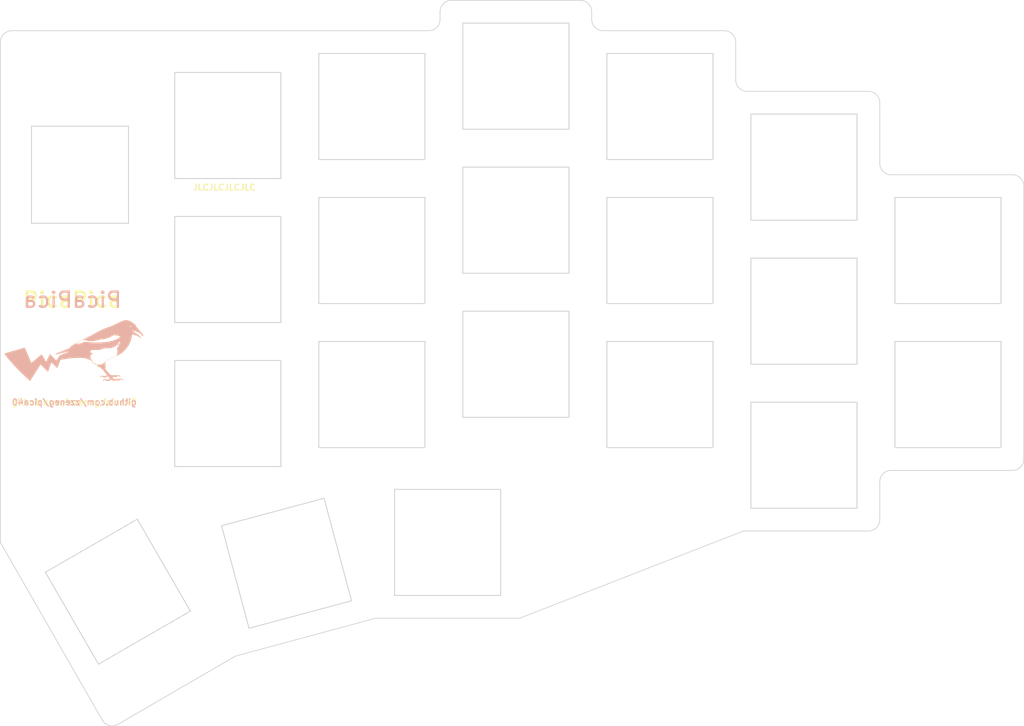
<source format=kicad_pcb>
(kicad_pcb (version 20211014) (generator pcbnew)
  (layers (0 "F.Cu" signal) (31 "B.Cu" signal) (34 "B.Paste" user) (35 "F.Paste" user) (36 "B.SilkS" user "B.Silkscreen") (37 "F.SilkS" user "F.Silkscreen") (38 "B.Mask" user) (39 "F.Mask" user) (44 "Edge.Cuts" user))
  (net 0 "")
  (footprint "pica:EC11_Hole" (layer "F.Cu") (at 78.5 76)
    (fp_text reference "RE1" hide)
    (fp_text value "RotaryEncoder_Switch" hide)
    (fp_line (start 6.4 6.4) (end -6.4 6.4) (layer "Edge.Cuts") (width 0.12))
    (fp_line (start -6.4 -6.4) (end 6.4 -6.4) (layer "Edge.Cuts") (width 0.12))
    (fp_line (start 6.4 -3) (end 6.4 3) (layer "Edge.Cuts") (width 0.12))
    (fp_line (start -6.4 -3) (end -6.4 3) (layer "Edge.Cuts") (width 0.12))
    (fp_line (start -6.4 -6.4) (end -6.4 -3) (layer "Edge.Cuts") (width 0.12))
    (fp_line (start 6.4 -3) (end 6.4 -6.4) (layer "Edge.Cuts") (width 0.12))
    (fp_line (start -6.4 3) (end -6.4 6.4) (layer "Edge.Cuts") (width 0.12))
    (fp_line (start 6.4 6.4) (end 6.4 3) (layer "Edge.Cuts") (width 0.12))
  )
  (footprint "pica:logo_mirror" (layer "F.Cu") (at 78.867686 99.195176)
    (fp_text reference "G***" hide)
    (fp_text value "LOGO" hide)
  )
  (footprint "kbd:SW_Hole" (layer "B.Cu") (at 193 86 180)
    (fp_text reference "SW16" hide)
    (fp_text value "SW_PUSH" hide)
    (fp_line (start 7 7) (end -7 7) (layer "Edge.Cuts") (width 0.12))
    (fp_line (start 7 -7) (end 7 7) (layer "Edge.Cuts") (width 0.12))
    (fp_line (start -7 -7) (end 7 -7) (layer "Edge.Cuts") (width 0.12))
    (fp_line (start -7 7) (end -7 -7) (layer "Edge.Cuts") (width 0.12))
  )
  (footprint "kbd:SW_Hole" (layer "B.Cu") (at 98 88.5 180)
    (fp_text reference "SW10" hide)
    (fp_text value "SW_PUSH" hide)
    (fp_line (start 7 -7) (end 7 7) (layer "Edge.Cuts") (width 0.12))
    (fp_line (start -7 7) (end -7 -7) (layer "Edge.Cuts") (width 0.12))
    (fp_line (start -7 -7) (end 7 -7) (layer "Edge.Cuts") (width 0.12))
    (fp_line (start 7 7) (end -7 7) (layer "Edge.Cuts") (width 0.12))
  )
  (footprint "kbd:SW_Hole" (layer "B.Cu") (at 174 75 180)
    (fp_text reference "SW1" hide)
    (fp_text value "SW_PUSH" hide)
    (fp_line (start -7 7) (end -7 -7) (layer "Edge.Cuts") (width 0.12))
    (fp_line (start -7 -7) (end 7 -7) (layer "Edge.Cuts") (width 0.12))
    (fp_line (start 7 7) (end -7 7) (layer "Edge.Cuts") (width 0.12))
    (fp_line (start 7 -7) (end 7 7) (layer "Edge.Cuts") (width 0.12))
  )
  (footprint "kbd:SW_Hole" (layer "B.Cu") (at 174 94 180)
    (fp_text reference "SW6" hide)
    (fp_text value "SW_PUSH" hide)
    (fp_line (start 7 7) (end -7 7) (layer "Edge.Cuts") (width 0.12))
    (fp_line (start -7 7) (end -7 -7) (layer "Edge.Cuts") (width 0.12))
    (fp_line (start -7 -7) (end 7 -7) (layer "Edge.Cuts") (width 0.12))
    (fp_line (start 7 -7) (end 7 7) (layer "Edge.Cuts") (width 0.12))
  )
  (footprint "kbd:SW_Hole" (layer "B.Cu") (at 155 86 180)
    (fp_text reference "SW7" hide)
    (fp_text value "SW_PUSH" hide)
    (fp_line (start 7 7) (end -7 7) (layer "Edge.Cuts") (width 0.12))
    (fp_line (start -7 7) (end -7 -7) (layer "Edge.Cuts") (width 0.12))
    (fp_line (start 7 -7) (end 7 7) (layer "Edge.Cuts") (width 0.12))
    (fp_line (start -7 -7) (end 7 -7) (layer "Edge.Cuts") (width 0.12))
  )
  (footprint "kbd:SW_Hole" (layer "B.Cu") (at 105.75 127.25 -165)
    (fp_text reference "SW19" hide)
    (fp_text value "SW_PUSH" hide)
    (fp_line (start -7 -7) (end 7 -7) (layer "Edge.Cuts") (width 0.12))
    (fp_line (start 7 7) (end -7 7) (layer "Edge.Cuts") (width 0.12))
    (fp_line (start -7 7) (end -7 -7) (layer "Edge.Cuts") (width 0.12))
    (fp_line (start 7 -7) (end 7 7) (layer "Edge.Cuts") (width 0.12))
  )
  (footprint "kbd:SW_Hole" (layer "B.Cu") (at 155 67 180)
    (fp_text reference "SW2" hide)
    (fp_text value "SW_PUSH" hide)
    (fp_line (start 7 7) (end -7 7) (layer "Edge.Cuts") (width 0.12))
    (fp_line (start -7 -7) (end 7 -7) (layer "Edge.Cuts") (width 0.12))
    (fp_line (start -7 7) (end -7 -7) (layer "Edge.Cuts") (width 0.12))
    (fp_line (start 7 -7) (end 7 7) (layer "Edge.Cuts") (width 0.12))
  )
  (footprint "kbd:SW_Hole" (layer "B.Cu") (at 117 67 180)
    (fp_text reference "SW4" hide)
    (fp_text value "SW_PUSH" hide)
    (fp_line (start 7 -7) (end 7 7) (layer "Edge.Cuts") (width 0.12))
    (fp_line (start -7 7) (end -7 -7) (layer "Edge.Cuts") (width 0.12))
    (fp_line (start 7 7) (end -7 7) (layer "Edge.Cuts") (width 0.12))
    (fp_line (start -7 -7) (end 7 -7) (layer "Edge.Cuts") (width 0.12))
  )
  (footprint "kbd:thread_m2" (layer "B.Cu") (at 164 76.5 180)
    (fp_text reference "H1" hide)
    (fp_text value "MountingHole" hide)
    (pad "" np_thru_hole circle locked (at 0 0 180) (size 2.3 2.3) (drill 2.3) (layers *.Cu *.Mask))
  )
  (footprint "kbd:thread_m2" (layer "B.Cu") (at 93 125 180)
    (fp_text reference "H2" hide)
    (fp_text value "MountingHole" hide)
    (pad "" np_thru_hole circle locked (at 0 0 180) (size 2.3 2.3) (drill 2.3) (layers *.Cu *.Mask))
  )
  (footprint "kbd:SW_Hole" (layer "B.Cu") (at 136 63 180)
    (fp_text reference "SW3" hide)
    (fp_text value "SW_PUSH" hide)
    (fp_line (start -7 7) (end -7 -7) (layer "Edge.Cuts") (width 0.12))
    (fp_line (start 7 7) (end -7 7) (layer "Edge.Cuts") (width 0.12))
    (fp_line (start 7 -7) (end 7 7) (layer "Edge.Cuts") (width 0.12))
    (fp_line (start -7 -7) (end 7 -7) (layer "Edge.Cuts") (width 0.12))
  )
  (footprint "kbd:SW_Hole" (layer "B.Cu") (at 174 113 180)
    (fp_text reference "SW11" hide)
    (fp_text value "SW_PUSH" hide)
    (fp_line (start 7 -7) (end 7 7) (layer "Edge.Cuts") (width 0.12))
    (fp_line (start -7 7) (end -7 -7) (layer "Edge.Cuts") (width 0.12))
    (fp_line (start -7 -7) (end 7 -7) (layer "Edge.Cuts") (width 0.12))
    (fp_line (start 7 7) (end -7 7) (layer "Edge.Cuts") (width 0.12))
  )
  (footprint "kbd:SW_Hole" (layer "B.Cu") (at 98 107.5 180)
    (fp_text reference "SW15" hide)
    (fp_text value "SW_PUSH" hide)
    (fp_line (start -7 7) (end -7 -7) (layer "Edge.Cuts") (width 0.12))
    (fp_line (start -7 -7) (end 7 -7) (layer "Edge.Cuts") (width 0.12))
    (fp_line (start 7 -7) (end 7 7) (layer "Edge.Cuts") (width 0.12))
    (fp_line (start 7 7) (end -7 7) (layer "Edge.Cuts") (width 0.12))
  )
  (footprint "pica:logo" (layer "B.Cu") (at 78.867686 99.195176 180)
    (fp_text reference "G***" hide)
    (fp_text value "LOGO" hide)
  )
  (footprint "kbd:SW_Hole" (layer "B.Cu") (at 136 82 180)
    (fp_text reference "SW8" hide)
    (fp_text value "SW_PUSH" hide)
    (fp_line (start 7 7) (end -7 7) (layer "Edge.Cuts") (width 0.12))
    (fp_line (start -7 -7) (end 7 -7) (layer "Edge.Cuts") (width 0.12))
    (fp_line (start -7 7) (end -7 -7) (layer "Edge.Cuts") (width 0.12))
    (fp_line (start 7 -7) (end 7 7) (layer "Edge.Cuts") (width 0.12))
  )
  (footprint "kbd:SW_Hole" (layer "B.Cu") (at 117 105 180)
    (fp_text reference "SW14" hide)
    (fp_text value "SW_PUSH" hide)
    (fp_line (start 7 -7) (end 7 7) (layer "Edge.Cuts") (width 0.12))
    (fp_line (start -7 -7) (end 7 -7) (layer "Edge.Cuts") (width 0.12))
    (fp_line (start 7 7) (end -7 7) (layer "Edge.Cuts") (width 0.12))
    (fp_line (start -7 7) (end -7 -7) (layer "Edge.Cuts") (width 0.12))
  )
  (footprint "kbd:SW_Hole" (layer "B.Cu") (at 136 101 180)
    (fp_text reference "SW13" hide)
    (fp_text value "SW_PUSH" hide)
    (fp_line (start -7 7) (end -7 -7) (layer "Edge.Cuts") (width 0.12))
    (fp_line (start 7 -7) (end 7 7) (layer "Edge.Cuts") (width 0.12))
    (fp_line (start -7 -7) (end 7 -7) (layer "Edge.Cuts") (width 0.12))
    (fp_line (start 7 7) (end -7 7) (layer "Edge.Cuts") (width 0.12))
  )
  (footprint "kbd:SW_Hole" (layer "B.Cu") (at 117 86 180)
    (fp_text reference "SW9" hide)
    (fp_text value "SW_PUSH" hide)
    (fp_line (start 7 7) (end -7 7) (layer "Edge.Cuts") (width 0.12))
    (fp_line (start -7 -7) (end 7 -7) (layer "Edge.Cuts") (width 0.12))
    (fp_line (start 7 -7) (end 7 7) (layer "Edge.Cuts") (width 0.12))
    (fp_line (start -7 7) (end -7 -7) (layer "Edge.Cuts") (width 0.12))
  )
  (footprint "kbd:SW_Hole" (layer "B.Cu") (at 98 69.5 180)
    (fp_text reference "SW5" hide)
    (fp_text value "SW_PUSH" hide)
    (fp_line (start 7 -7) (end 7 7) (layer "Edge.Cuts") (width 0.12))
    (fp_line (start 7 7) (end -7 7) (layer "Edge.Cuts") (width 0.12))
    (fp_line (start -7 -7) (end 7 -7) (layer "Edge.Cuts") (width 0.12))
    (fp_line (start -7 7) (end -7 -7) (layer "Edge.Cuts") (width 0.12))
  )
  (footprint "kbd:thread_m2" (layer "B.Cu") (at 144.5 111 180)
    (fp_text reference "H4" hide)
    (fp_text value "MountingHole" hide)
    (pad "" np_thru_hole circle locked (at 0 0 180) (size 2.3 2.3) (drill 2.3) (layers *.Cu *.Mask))
  )
  (footprint "kbd:SW_Hole" (layer "B.Cu") (at 155 105 180)
    (fp_text reference "SW12" hide)
    (fp_text value "SW_PUSH" hide)
    (fp_line (start 7 7) (end -7 7) (layer "Edge.Cuts") (width 0.12))
    (fp_line (start 7 -7) (end 7 7) (layer "Edge.Cuts") (width 0.12))
    (fp_line (start -7 7) (end -7 -7) (layer "Edge.Cuts") (width 0.12))
    (fp_line (start -7 -7) (end 7 -7) (layer "Edge.Cuts") (width 0.12))
  )
  (footprint "kbd:thread_m2" (layer "B.Cu") (at 106.5 79 180)
    (fp_text reference "H5" hide)
    (fp_text value "MountingHole" hide)
    (pad "" np_thru_hole circle locked (at 0 0 180) (size 2.3 2.3) (drill 2.3) (layers *.Cu *.Mask))
  )
  (footprint "kbd:SW_Hole" (layer "B.Cu") (at 83.5 131 120)
    (fp_text reference "SW20" hide)
    (fp_text value "SW_PUSH" hide)
    (fp_line (start 7 7) (end -7 7) (layer "Edge.Cuts") (width 0.12))
    (fp_line (start -7 -7) (end 7 -7) (layer "Edge.Cuts") (width 0.12))
    (fp_line (start 7 -7) (end 7 7) (layer "Edge.Cuts") (width 0.12))
    (fp_line (start -7 7) (end -7 -7) (layer "Edge.Cuts") (width 0.12))
  )
  (footprint "kbd:SW_Hole" (layer "B.Cu") (at 127 124.5 180)
    (fp_text reference "SW18" hide)
    (fp_text value "SW_PUSH" hide)
    (fp_line (start -7 7) (end -7 -7) (layer "Edge.Cuts") (width 0.12))
    (fp_line (start 7 -7) (end 7 7) (layer "Edge.Cuts") (width 0.12))
    (fp_line (start -7 -7) (end 7 -7) (layer "Edge.Cuts") (width 0.12))
    (fp_line (start 7 7) (end -7 7) (layer "Edge.Cuts") (width 0.12))
  )
  (footprint "kbd:SW_Hole" (layer "B.Cu") (at 193 105 180)
    (fp_text reference "SW17" hide)
    (fp_text value "SW_PUSH" hide)
    (fp_line (start 7 7) (end -7 7) (layer "Edge.Cuts") (width 0.12))
    (fp_line (start 7 -7) (end 7 7) (layer "Edge.Cuts") (width 0.12))
    (fp_line (start -7 -7) (end 7 -7) (layer "Edge.Cuts") (width 0.12))
    (fp_line (start -7 7) (end -7 -7) (layer "Edge.Cuts") (width 0.12))
  )
  (footprint "kbd:thread_m2" (layer "B.Cu") (at 184 95.5 180)
    (fp_text reference "H3" hide)
    (fp_text value "MountingHole" hide)
    (pad "" np_thru_hole circle locked (at 0 0 180) (size 2.3 2.3) (drill 2.3) (layers *.Cu *.Mask))
  )
  (gr_line (start 99 139.5) (end 83.5 148.5) (layer "Edge.Cuts") (width 0.1))
  (gr_arc (start 185.5 76) (mid 184.43934 75.56066) (end 184 74.5) (layer "Edge.Cuts") (width 0.1))
  (gr_line (start 201.5 76) (end 185.5 76) (layer "Edge.Cuts") (width 0.1))
  (gr_line (start 68 58.5) (end 68 124.5) (layer "Edge.Cuts") (width 0.1))
  (gr_line (start 99 139.5) (end 117.5 134.5) (layer "Edge.Cuts") (width 0.1))
  (gr_line (start 68 124.5) (end 81.450962 147.950962) (layer "Edge.Cuts") (width 0.1))
  (gr_line (start 126 54.5) (end 126 55.5) (layer "Edge.Cuts") (width 0.1))
  (gr_arc (start 184 116.5) (mid 184.43934 115.43934) (end 185.5 115) (layer "Edge.Cuts") (width 0.1))
  (gr_line (start 124.5 57) (end 69.5 57) (layer "Edge.Cuts") (width 0.1))
  (gr_line (start 185.5 115) (end 201.5 115) (layer "Edge.Cuts") (width 0.1))
  (gr_arc (start 83.5 148.5) (mid 82.361773 148.649855) (end 81.450962 147.950962) (layer "Edge.Cuts") (width 0.1))
  (gr_arc (start 144.5 53) (mid 145.56066 53.43934) (end 146 54.5) (layer "Edge.Cuts") (width 0.1))
  (gr_arc (start 126 55.5) (mid 125.56066 56.56066) (end 124.5 57) (layer "Edge.Cuts") (width 0.1))
  (gr_line (start 163.5 57) (end 147.5 57) (layer "Edge.Cuts") (width 0.1))
  (gr_arc (start 126 54.5) (mid 126.43934 53.43934) (end 127.5 53) (layer "Edge.Cuts") (width 0.1))
  (gr_line (start 203 113.5) (end 203 77.5) (layer "Edge.Cuts") (width 0.1))
  (gr_line (start 165 63.5) (end 165 58.5) (layer "Edge.Cuts") (width 0.1))
  (gr_line (start 117.5 134.5) (end 136.5 134.5) (layer "Edge.Cuts") (width 0.1))
  (gr_arc (start 182.5 65) (mid 183.56066 65.43934) (end 184 66.5) (layer "Edge.Cuts") (width 0.1))
  (gr_arc (start 147.5 57) (mid 146.43934 56.56066) (end 146 55.5) (layer "Edge.Cuts") (width 0.1))
  (gr_arc (start 184 121.5) (mid 183.56066 122.56066) (end 182.5 123) (layer "Edge.Cuts") (width 0.1))
  (gr_line (start 184 121.5) (end 184 116.5) (layer "Edge.Cuts") (width 0.1))
  (gr_arc (start 201.5 76) (mid 202.56066 76.43934) (end 203 77.5) (layer "Edge.Cuts") (width 0.1))
  (gr_arc (start 68 58.5) (mid 68.43934 57.43934) (end 69.5 57) (layer "Edge.Cuts") (width 0.1))
  (gr_line (start 146 55.5) (end 146 54.5) (layer "Edge.Cuts") (width 0.1))
  (gr_line (start 166 123) (end 182.5 123) (layer "Edge.Cuts") (width 0.1))
  (gr_line (start 136.5 134.5) (end 166 123) (layer "Edge.Cuts") (width 0.1))
  (gr_line (start 182.5 65) (end 166.5 65) (layer "Edge.Cuts") (width 0.1))
  (gr_arc (start 166.5 65) (mid 165.43934 64.56066) (end 165 63.5) (layer "Edge.Cuts") (width 0.1))
  (gr_arc (start 203 113.5) (mid 202.56066 114.56066) (end 201.5 115) (layer "Edge.Cuts") (width 0.1))
  (gr_arc (start 163.5 57) (mid 164.56066 57.43934) (end 165 58.5) (layer "Edge.Cuts") (width 0.1))
  (gr_line (start 184 74.5) (end 184 66.5) (layer "Edge.Cuts") (width 0.1))
  (gr_line (start 144.5 53) (end 127.5 53) (layer "Edge.Cuts") (width 0.1))
  (gr_text "PicaPica" (at 77.5 92.5) (layer "B.SilkS") (effects (font (size 2 2) (thickness 0.3)) (justify mirror)))
  (gr_text "github.com/zzeneg/pica40" (at 77.75 106) (layer "B.SilkS") (effects (font (size 0.8 0.8)) (justify mirror)))
  (gr_text "github.com/zzeneg/pica40" (at 77.75 106) (layer "F.SilkS") (effects (font (size 0.8 0.8))))
  (gr_text "JLCJLCJLCJLC" (at 97.537034 77.669586) (layer "F.SilkS") (effects (font (size 0.8 0.8))))
  (gr_text "PicaPica" (at 77.5 92.5) (layer "F.SilkS") (effects (font (size 2 2) (thickness 0.3))))
)
</source>
